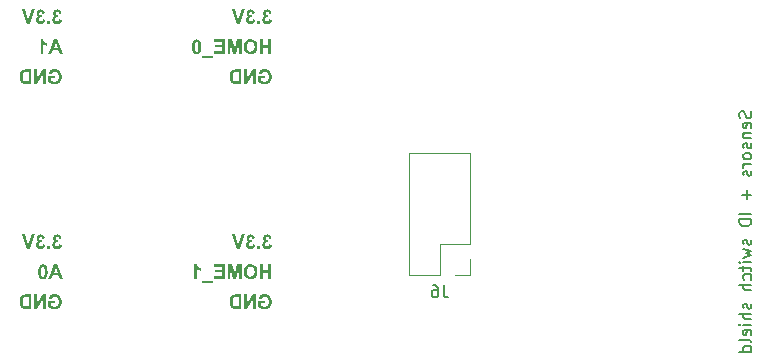
<source format=gbr>
%TF.GenerationSoftware,KiCad,Pcbnew,8.0.1*%
%TF.CreationDate,2024-03-27T15:45:16+09:00*%
%TF.ProjectId,STEP200-switch-id-shield,53544550-3230-4302-9d73-77697463682d,rev?*%
%TF.SameCoordinates,Original*%
%TF.FileFunction,Legend,Bot*%
%TF.FilePolarity,Positive*%
%FSLAX46Y46*%
G04 Gerber Fmt 4.6, Leading zero omitted, Abs format (unit mm)*
G04 Created by KiCad (PCBNEW 8.0.1) date 2024-03-27 15:45:16*
%MOMM*%
%LPD*%
G01*
G04 APERTURE LIST*
%ADD10C,0.200000*%
%ADD11C,0.150000*%
%ADD12C,0.120000*%
G04 APERTURE END LIST*
D10*
G36*
X140970000Y-126228000D02*
G01*
X140711200Y-126228000D01*
X140611549Y-125946632D01*
X140128241Y-125946632D01*
X140022728Y-126228000D01*
X139757480Y-126228000D01*
X139951038Y-125740295D01*
X140206789Y-125740295D01*
X140536517Y-125740295D01*
X140373265Y-125308865D01*
X140206789Y-125740295D01*
X139951038Y-125740295D01*
X140241374Y-125008739D01*
X140499295Y-125008739D01*
X140970000Y-126228000D01*
G37*
G36*
X139347370Y-125011766D02*
G01*
X139405952Y-125023389D01*
X139467421Y-125047967D01*
X139521484Y-125084409D01*
X139568143Y-125132717D01*
X139602340Y-125184474D01*
X139630740Y-125245591D01*
X139649287Y-125301224D01*
X139664125Y-125362846D01*
X139675253Y-125430459D01*
X139682672Y-125504061D01*
X139685802Y-125563194D01*
X139686845Y-125625697D01*
X139686740Y-125647306D01*
X139685160Y-125709635D01*
X139680104Y-125786915D01*
X139671678Y-125857537D01*
X139659881Y-125921499D01*
X139640395Y-125992089D01*
X139615642Y-126052274D01*
X139578988Y-126110763D01*
X139565202Y-126127231D01*
X139520644Y-126170260D01*
X139471285Y-126203728D01*
X139417123Y-126227633D01*
X139358160Y-126241976D01*
X139294396Y-126246757D01*
X139241506Y-126243731D01*
X139183007Y-126232108D01*
X139121608Y-126207530D01*
X139067586Y-126171087D01*
X139020942Y-126122780D01*
X138986745Y-126070979D01*
X138958345Y-126009733D01*
X138939798Y-125953936D01*
X138924960Y-125892094D01*
X138913832Y-125824207D01*
X138906413Y-125750274D01*
X138903283Y-125690858D01*
X138902240Y-125628041D01*
X139144333Y-125628041D01*
X139144709Y-125677821D01*
X139146680Y-125745450D01*
X139150341Y-125804629D01*
X139156749Y-125862992D01*
X139168367Y-125921133D01*
X139183919Y-125965701D01*
X139219364Y-126014336D01*
X139236474Y-126025748D01*
X139294396Y-126040421D01*
X139314784Y-126038827D01*
X139369134Y-126014922D01*
X139402210Y-125969677D01*
X139423063Y-125912047D01*
X139430334Y-125878487D01*
X139437689Y-125819603D01*
X139441930Y-125754826D01*
X139443936Y-125689457D01*
X139444459Y-125628041D01*
X139444083Y-125578317D01*
X139442112Y-125510702D01*
X139438450Y-125451454D01*
X139432043Y-125392906D01*
X139420425Y-125334364D01*
X139404873Y-125289796D01*
X139369427Y-125241161D01*
X139352318Y-125229748D01*
X139294396Y-125215076D01*
X139274026Y-125216706D01*
X139219951Y-125241161D01*
X139186638Y-125286735D01*
X139165729Y-125344622D01*
X139158458Y-125378072D01*
X139151103Y-125436810D01*
X139146861Y-125501458D01*
X139144855Y-125566717D01*
X139144333Y-125628041D01*
X138902240Y-125628041D01*
X138902700Y-125585722D01*
X138905116Y-125525110D01*
X138911560Y-125449648D01*
X138921685Y-125380305D01*
X138935492Y-125317079D01*
X138957929Y-125246652D01*
X138986119Y-125185784D01*
X139020062Y-125134475D01*
X139059891Y-125091745D01*
X139113129Y-125053066D01*
X139173661Y-125026421D01*
X139231349Y-125013160D01*
X139294396Y-125008739D01*
X139347370Y-125011766D01*
G37*
G36*
X158065045Y-128317811D02*
G01*
X158065045Y-128111475D01*
X157538946Y-128111475D01*
X157538946Y-128601524D01*
X157587565Y-128641513D01*
X157639891Y-128674724D01*
X157692709Y-128701981D01*
X157752090Y-128727554D01*
X157761109Y-128731070D01*
X157824892Y-128752768D01*
X157889040Y-128769138D01*
X157953552Y-128780177D01*
X158018430Y-128785887D01*
X158055666Y-128786757D01*
X158125067Y-128783944D01*
X158191047Y-128775505D01*
X158253606Y-128761440D01*
X158312744Y-128741750D01*
X158368461Y-128716433D01*
X158386273Y-128706743D01*
X158436677Y-128674327D01*
X158482155Y-128637088D01*
X158528988Y-128587548D01*
X158563795Y-128539862D01*
X158593677Y-128487352D01*
X158598178Y-128478132D01*
X158622283Y-128421381D01*
X158641400Y-128362796D01*
X158655530Y-128302377D01*
X158664673Y-128240124D01*
X158668829Y-128176036D01*
X158669106Y-128154266D01*
X158666324Y-128084539D01*
X158657978Y-128017800D01*
X158644068Y-127954049D01*
X158624593Y-127893286D01*
X158599554Y-127835512D01*
X158589972Y-127816918D01*
X158557720Y-127763945D01*
X158520317Y-127715815D01*
X158477761Y-127672528D01*
X158430054Y-127634084D01*
X158377194Y-127600482D01*
X158358429Y-127590358D01*
X158296715Y-127563943D01*
X158236915Y-127547021D01*
X158171702Y-127535878D01*
X158111495Y-127530925D01*
X158069148Y-127529981D01*
X158001218Y-127532414D01*
X157938110Y-127539713D01*
X157879825Y-127551877D01*
X157816249Y-127572897D01*
X157759619Y-127600924D01*
X157717732Y-127629632D01*
X157673424Y-127669681D01*
X157635464Y-127715087D01*
X157603852Y-127765851D01*
X157578586Y-127821974D01*
X157559668Y-127883454D01*
X157554773Y-127905138D01*
X157797159Y-127942654D01*
X157817504Y-127886858D01*
X157850065Y-127834540D01*
X157893293Y-127791712D01*
X157945809Y-127760174D01*
X158006637Y-127741727D01*
X158069148Y-127736318D01*
X158136019Y-127741240D01*
X158196606Y-127756009D01*
X158250911Y-127780622D01*
X158298932Y-127815081D01*
X158323551Y-127839193D01*
X158360325Y-127888855D01*
X158388066Y-127948082D01*
X158404655Y-128006461D01*
X158414609Y-128071867D01*
X158417835Y-128131741D01*
X158417927Y-128144301D01*
X158415594Y-128209783D01*
X158408596Y-128269941D01*
X158394040Y-128335103D01*
X158372766Y-128392600D01*
X158339455Y-128449990D01*
X158322379Y-128471391D01*
X158277616Y-128513874D01*
X158227186Y-128545923D01*
X158171091Y-128567538D01*
X158109329Y-128578717D01*
X158071493Y-128580421D01*
X158009242Y-128575342D01*
X157951609Y-128561638D01*
X157917913Y-128549646D01*
X157863151Y-128524711D01*
X157810708Y-128493511D01*
X157785436Y-128474908D01*
X157785436Y-128317811D01*
X158065045Y-128317811D01*
G37*
G36*
X157318541Y-128768000D02*
G01*
X157318541Y-127548739D01*
X157081137Y-127548739D01*
X156586692Y-128372619D01*
X156586692Y-127548739D01*
X156360132Y-127548739D01*
X156360132Y-128768000D01*
X156604863Y-128768000D01*
X157091981Y-127956429D01*
X157091981Y-128768000D01*
X157318541Y-128768000D01*
G37*
G36*
X156109832Y-128768000D02*
G01*
X155650558Y-128768000D01*
X155617626Y-128767596D01*
X155556846Y-128764372D01*
X155496571Y-128756892D01*
X155434549Y-128742207D01*
X155421240Y-128737740D01*
X155365627Y-128714973D01*
X155312046Y-128684565D01*
X155263091Y-128644901D01*
X155257872Y-128639704D01*
X155218858Y-128594564D01*
X155184718Y-128543085D01*
X155155450Y-128485268D01*
X155133838Y-128429479D01*
X155129330Y-128415689D01*
X155114208Y-128357299D01*
X155103740Y-128293744D01*
X155098396Y-128233896D01*
X155096615Y-128170093D01*
X155096783Y-128158662D01*
X155348967Y-128158662D01*
X155349356Y-128193055D01*
X155352470Y-128256289D01*
X155359696Y-128318582D01*
X155373879Y-128381998D01*
X155378624Y-128396926D01*
X155402163Y-128452267D01*
X155437773Y-128499528D01*
X155478762Y-128528267D01*
X155535959Y-128549939D01*
X155558555Y-128554508D01*
X155620072Y-128560278D01*
X155683677Y-128561663D01*
X155865687Y-128561663D01*
X155865687Y-127755076D01*
X155756071Y-127755076D01*
X155746843Y-127755087D01*
X155679922Y-127756003D01*
X155619306Y-127758785D01*
X155555889Y-127766799D01*
X155551627Y-127767760D01*
X155493387Y-127788635D01*
X155443049Y-127824245D01*
X155432223Y-127835318D01*
X155397172Y-127886143D01*
X155373879Y-127942068D01*
X155366702Y-127967294D01*
X155355998Y-128027321D01*
X155350524Y-128092259D01*
X155348967Y-128158662D01*
X155096783Y-128158662D01*
X155097233Y-128128085D01*
X155100479Y-128068284D01*
X155107782Y-128003387D01*
X155118872Y-127943735D01*
X155136182Y-127881984D01*
X155149434Y-127846327D01*
X155177760Y-127786615D01*
X155211835Y-127732653D01*
X155251660Y-127684441D01*
X155276119Y-127660364D01*
X155323860Y-127623084D01*
X155376377Y-127593594D01*
X155433670Y-127571893D01*
X155477725Y-127561763D01*
X155538017Y-127553827D01*
X155601146Y-127549847D01*
X155663747Y-127548739D01*
X156109832Y-127548739D01*
X156109832Y-128768000D01*
G37*
G36*
X140970000Y-107178000D02*
G01*
X140711200Y-107178000D01*
X140611549Y-106896632D01*
X140128241Y-106896632D01*
X140022728Y-107178000D01*
X139757480Y-107178000D01*
X139951038Y-106690295D01*
X140206789Y-106690295D01*
X140536517Y-106690295D01*
X140373265Y-106258865D01*
X140206789Y-106690295D01*
X139951038Y-106690295D01*
X140241374Y-105958739D01*
X140499295Y-105958739D01*
X140970000Y-107178000D01*
G37*
G36*
X139093335Y-107178000D02*
G01*
X139324877Y-107178000D01*
X139324877Y-106295794D01*
X139374065Y-106341166D01*
X139426447Y-106381881D01*
X139482024Y-106417938D01*
X139540794Y-106449338D01*
X139602759Y-106476080D01*
X139624124Y-106483959D01*
X139624124Y-106258865D01*
X139565975Y-106235635D01*
X139510998Y-106206016D01*
X139460027Y-106172759D01*
X139427166Y-106148662D01*
X139378147Y-106106237D01*
X139337480Y-106060442D01*
X139305167Y-106011276D01*
X139281207Y-105958739D01*
X139093335Y-105958739D01*
X139093335Y-107178000D01*
G37*
G36*
X158626315Y-107178000D02*
G01*
X158626315Y-105958739D01*
X158382463Y-105958739D01*
X158382463Y-106446443D01*
X157904138Y-106446443D01*
X157904138Y-105958739D01*
X157660286Y-105958739D01*
X157660286Y-107178000D01*
X157904138Y-107178000D01*
X157904138Y-106652780D01*
X158382463Y-106652780D01*
X158382463Y-107178000D01*
X158626315Y-107178000D01*
G37*
G36*
X156898370Y-105940169D02*
G01*
X156960290Y-105943784D01*
X157018928Y-105951998D01*
X157081925Y-105967019D01*
X157140635Y-105988048D01*
X157145916Y-105990320D01*
X157202307Y-106020224D01*
X157250868Y-106055224D01*
X157296852Y-106097665D01*
X157305638Y-106106936D01*
X157346064Y-106155559D01*
X157380651Y-106207961D01*
X157409399Y-106264140D01*
X157430869Y-106322125D01*
X157447066Y-106385804D01*
X157456752Y-106444918D01*
X157462563Y-106508216D01*
X157464501Y-106575697D01*
X157464345Y-106593710D01*
X157460615Y-106663331D01*
X157451912Y-106729059D01*
X157438235Y-106790894D01*
X157419585Y-106848837D01*
X157389278Y-106915791D01*
X157351200Y-106976664D01*
X157305352Y-107031454D01*
X157252920Y-107079075D01*
X157195093Y-107118626D01*
X157131871Y-107150104D01*
X157063254Y-107173512D01*
X157004475Y-107186426D01*
X156942244Y-107194174D01*
X156876559Y-107196757D01*
X156811699Y-107194161D01*
X156750182Y-107186371D01*
X156692008Y-107173388D01*
X156623991Y-107149856D01*
X156561199Y-107118210D01*
X156503629Y-107078449D01*
X156451284Y-107030575D01*
X156432012Y-107009301D01*
X156389272Y-106951741D01*
X156354302Y-106887926D01*
X156331922Y-106832371D01*
X156314515Y-106772814D01*
X156302082Y-106709255D01*
X156294622Y-106641693D01*
X156292135Y-106570128D01*
X156292235Y-106564266D01*
X156544487Y-106564266D01*
X156544578Y-106577480D01*
X156547774Y-106640430D01*
X156557634Y-106709113D01*
X156574069Y-106770315D01*
X156601552Y-106832263D01*
X156637983Y-106884029D01*
X156649875Y-106896912D01*
X156694724Y-106935459D01*
X156752129Y-106967044D01*
X156816092Y-106985330D01*
X156877438Y-106990421D01*
X156895484Y-106990002D01*
X156955507Y-106981936D01*
X157018127Y-106960146D01*
X157074374Y-106924948D01*
X157118360Y-106883150D01*
X157129823Y-106869311D01*
X157164122Y-106814692D01*
X157186310Y-106760219D01*
X157201842Y-106698676D01*
X157210717Y-106630065D01*
X157213028Y-106567490D01*
X157212938Y-106554387D01*
X157209782Y-106491986D01*
X157200045Y-106423962D01*
X157183816Y-106363419D01*
X157156678Y-106302241D01*
X157120704Y-106251244D01*
X157108935Y-106238538D01*
X157057278Y-106195912D01*
X156998293Y-106166401D01*
X156940671Y-106151339D01*
X156877438Y-106146318D01*
X156858840Y-106146723D01*
X156797405Y-106154525D01*
X156734166Y-106175600D01*
X156678364Y-106209644D01*
X156635638Y-106250072D01*
X156630030Y-106256643D01*
X156595759Y-106308507D01*
X156570212Y-106370637D01*
X156555257Y-106432063D01*
X156546712Y-106501031D01*
X156544487Y-106564266D01*
X156292235Y-106564266D01*
X156292761Y-106533525D01*
X156297771Y-106463375D01*
X156307791Y-106397301D01*
X156322821Y-106335303D01*
X156342861Y-106277381D01*
X156367912Y-106223535D01*
X156406270Y-106161958D01*
X156452456Y-106106750D01*
X156505168Y-106058707D01*
X156563104Y-106018806D01*
X156626263Y-105987048D01*
X156694646Y-105963433D01*
X156753113Y-105950404D01*
X156814923Y-105942587D01*
X156880076Y-105939981D01*
X156898370Y-105940169D01*
G37*
G36*
X156112177Y-107178000D02*
G01*
X156112177Y-105958739D01*
X155746985Y-105958739D01*
X155527752Y-106790533D01*
X155310865Y-105958739D01*
X154945087Y-105958739D01*
X154945087Y-107178000D01*
X155171646Y-107178000D01*
X155171646Y-106218125D01*
X155411688Y-107178000D01*
X155646454Y-107178000D01*
X155885617Y-106218125D01*
X155885617Y-107178000D01*
X156112177Y-107178000D01*
G37*
G36*
X154710321Y-107178000D02*
G01*
X154710321Y-105958739D01*
X153814340Y-105958739D01*
X153814340Y-106165076D01*
X154466175Y-106165076D01*
X154466175Y-106427685D01*
X153859476Y-106427685D01*
X153859476Y-106634022D01*
X154466175Y-106634022D01*
X154466175Y-106971663D01*
X153791186Y-106971663D01*
X153791186Y-107178000D01*
X154710321Y-107178000D01*
G37*
G36*
X153729050Y-107515641D02*
G01*
X153729050Y-107365578D01*
X152766245Y-107365578D01*
X152766245Y-107515641D01*
X153729050Y-107515641D01*
G37*
G36*
X152368738Y-105961766D02*
G01*
X152427319Y-105973389D01*
X152488788Y-105997967D01*
X152542852Y-106034409D01*
X152589511Y-106082717D01*
X152623707Y-106134474D01*
X152652108Y-106195591D01*
X152670655Y-106251224D01*
X152685493Y-106312846D01*
X152696621Y-106380459D01*
X152704040Y-106454061D01*
X152707170Y-106513194D01*
X152708213Y-106575697D01*
X152708108Y-106597306D01*
X152706528Y-106659635D01*
X152701472Y-106736915D01*
X152693046Y-106807537D01*
X152681249Y-106871499D01*
X152661763Y-106942089D01*
X152637010Y-107002274D01*
X152600355Y-107060763D01*
X152586570Y-107077231D01*
X152542012Y-107120260D01*
X152492652Y-107153728D01*
X152438491Y-107177633D01*
X152379528Y-107191976D01*
X152315764Y-107196757D01*
X152262874Y-107193731D01*
X152204375Y-107182108D01*
X152142976Y-107157530D01*
X152088954Y-107121087D01*
X152042309Y-107072780D01*
X152008113Y-107020979D01*
X151979713Y-106959733D01*
X151961165Y-106903936D01*
X151946328Y-106842094D01*
X151935199Y-106774207D01*
X151927780Y-106700274D01*
X151924651Y-106640858D01*
X151923607Y-106578041D01*
X152165701Y-106578041D01*
X152166076Y-106627821D01*
X152168048Y-106695450D01*
X152171709Y-106754629D01*
X152178117Y-106812992D01*
X152189734Y-106871133D01*
X152205286Y-106915701D01*
X152240732Y-106964336D01*
X152257841Y-106975748D01*
X152315764Y-106990421D01*
X152336152Y-106988827D01*
X152390502Y-106964922D01*
X152423578Y-106919677D01*
X152444431Y-106862047D01*
X152451702Y-106828487D01*
X152459057Y-106769603D01*
X152463298Y-106704826D01*
X152465304Y-106639457D01*
X152465826Y-106578041D01*
X152465451Y-106528317D01*
X152463479Y-106460702D01*
X152459818Y-106401454D01*
X152453411Y-106342906D01*
X152441793Y-106284364D01*
X152426241Y-106239796D01*
X152390795Y-106191161D01*
X152373686Y-106179748D01*
X152315764Y-106165076D01*
X152295394Y-106166706D01*
X152241318Y-106191161D01*
X152208006Y-106236735D01*
X152187096Y-106294622D01*
X152179825Y-106328072D01*
X152172471Y-106386810D01*
X152168229Y-106451458D01*
X152166223Y-106516717D01*
X152165701Y-106578041D01*
X151923607Y-106578041D01*
X151924068Y-106535722D01*
X151926484Y-106475110D01*
X151932927Y-106399648D01*
X151943053Y-106330305D01*
X151956860Y-106267079D01*
X151979297Y-106196652D01*
X152007487Y-106135784D01*
X152041430Y-106084475D01*
X152081258Y-106041745D01*
X152134497Y-106003066D01*
X152195028Y-105976421D01*
X152252717Y-105963160D01*
X152315764Y-105958739D01*
X152368738Y-105961766D01*
G37*
G36*
X140285045Y-109267811D02*
G01*
X140285045Y-109061475D01*
X139758946Y-109061475D01*
X139758946Y-109551524D01*
X139807565Y-109591513D01*
X139859891Y-109624724D01*
X139912709Y-109651981D01*
X139972090Y-109677554D01*
X139981109Y-109681070D01*
X140044892Y-109702768D01*
X140109040Y-109719138D01*
X140173552Y-109730177D01*
X140238430Y-109735887D01*
X140275666Y-109736757D01*
X140345067Y-109733944D01*
X140411047Y-109725505D01*
X140473606Y-109711440D01*
X140532744Y-109691750D01*
X140588461Y-109666433D01*
X140606273Y-109656743D01*
X140656677Y-109624327D01*
X140702155Y-109587088D01*
X140748988Y-109537548D01*
X140783795Y-109489862D01*
X140813677Y-109437352D01*
X140818178Y-109428132D01*
X140842283Y-109371381D01*
X140861400Y-109312796D01*
X140875530Y-109252377D01*
X140884673Y-109190124D01*
X140888829Y-109126036D01*
X140889106Y-109104266D01*
X140886324Y-109034539D01*
X140877978Y-108967800D01*
X140864068Y-108904049D01*
X140844593Y-108843286D01*
X140819554Y-108785512D01*
X140809972Y-108766918D01*
X140777720Y-108713945D01*
X140740317Y-108665815D01*
X140697761Y-108622528D01*
X140650054Y-108584084D01*
X140597194Y-108550482D01*
X140578429Y-108540358D01*
X140516715Y-108513943D01*
X140456915Y-108497021D01*
X140391702Y-108485878D01*
X140331495Y-108480925D01*
X140289148Y-108479981D01*
X140221218Y-108482414D01*
X140158110Y-108489713D01*
X140099825Y-108501877D01*
X140036249Y-108522897D01*
X139979619Y-108550924D01*
X139937732Y-108579632D01*
X139893424Y-108619681D01*
X139855464Y-108665087D01*
X139823852Y-108715851D01*
X139798586Y-108771974D01*
X139779668Y-108833454D01*
X139774773Y-108855138D01*
X140017159Y-108892654D01*
X140037504Y-108836858D01*
X140070065Y-108784540D01*
X140113293Y-108741712D01*
X140165809Y-108710174D01*
X140226637Y-108691727D01*
X140289148Y-108686318D01*
X140356019Y-108691240D01*
X140416606Y-108706009D01*
X140470911Y-108730622D01*
X140518932Y-108765081D01*
X140543551Y-108789193D01*
X140580325Y-108838855D01*
X140608066Y-108898082D01*
X140624655Y-108956461D01*
X140634609Y-109021867D01*
X140637835Y-109081741D01*
X140637927Y-109094301D01*
X140635594Y-109159783D01*
X140628596Y-109219941D01*
X140614040Y-109285103D01*
X140592766Y-109342600D01*
X140559455Y-109399990D01*
X140542379Y-109421391D01*
X140497616Y-109463874D01*
X140447186Y-109495923D01*
X140391091Y-109517538D01*
X140329329Y-109528717D01*
X140291493Y-109530421D01*
X140229242Y-109525342D01*
X140171609Y-109511638D01*
X140137913Y-109499646D01*
X140083151Y-109474711D01*
X140030708Y-109443511D01*
X140005436Y-109424908D01*
X140005436Y-109267811D01*
X140285045Y-109267811D01*
G37*
G36*
X139538541Y-109718000D02*
G01*
X139538541Y-108498739D01*
X139301137Y-108498739D01*
X138806692Y-109322619D01*
X138806692Y-108498739D01*
X138580132Y-108498739D01*
X138580132Y-109718000D01*
X138824863Y-109718000D01*
X139311981Y-108906429D01*
X139311981Y-109718000D01*
X139538541Y-109718000D01*
G37*
G36*
X138329832Y-109718000D02*
G01*
X137870558Y-109718000D01*
X137837626Y-109717596D01*
X137776846Y-109714372D01*
X137716571Y-109706892D01*
X137654549Y-109692207D01*
X137641240Y-109687740D01*
X137585627Y-109664973D01*
X137532046Y-109634565D01*
X137483091Y-109594901D01*
X137477872Y-109589704D01*
X137438858Y-109544564D01*
X137404718Y-109493085D01*
X137375450Y-109435268D01*
X137353838Y-109379479D01*
X137349330Y-109365689D01*
X137334208Y-109307299D01*
X137323740Y-109243744D01*
X137318396Y-109183896D01*
X137316615Y-109120093D01*
X137316783Y-109108662D01*
X137568967Y-109108662D01*
X137569356Y-109143055D01*
X137572470Y-109206289D01*
X137579696Y-109268582D01*
X137593879Y-109331998D01*
X137598624Y-109346926D01*
X137622163Y-109402267D01*
X137657773Y-109449528D01*
X137698762Y-109478267D01*
X137755959Y-109499939D01*
X137778555Y-109504508D01*
X137840072Y-109510278D01*
X137903677Y-109511663D01*
X138085687Y-109511663D01*
X138085687Y-108705076D01*
X137976071Y-108705076D01*
X137966843Y-108705087D01*
X137899922Y-108706003D01*
X137839306Y-108708785D01*
X137775889Y-108716799D01*
X137771627Y-108717760D01*
X137713387Y-108738635D01*
X137663049Y-108774245D01*
X137652223Y-108785318D01*
X137617172Y-108836143D01*
X137593879Y-108892068D01*
X137586702Y-108917294D01*
X137575998Y-108977321D01*
X137570524Y-109042259D01*
X137568967Y-109108662D01*
X137316783Y-109108662D01*
X137317233Y-109078085D01*
X137320479Y-109018284D01*
X137327782Y-108953387D01*
X137338872Y-108893735D01*
X137356182Y-108831984D01*
X137369434Y-108796327D01*
X137397760Y-108736615D01*
X137431835Y-108682653D01*
X137471660Y-108634441D01*
X137496119Y-108610364D01*
X137543860Y-108573084D01*
X137596377Y-108543594D01*
X137653670Y-108521893D01*
X137697725Y-108511763D01*
X137758017Y-108503827D01*
X137821146Y-108499847D01*
X137883747Y-108498739D01*
X138329832Y-108498739D01*
X138329832Y-109718000D01*
G37*
G36*
X140285045Y-128317811D02*
G01*
X140285045Y-128111475D01*
X139758946Y-128111475D01*
X139758946Y-128601524D01*
X139807565Y-128641513D01*
X139859891Y-128674724D01*
X139912709Y-128701981D01*
X139972090Y-128727554D01*
X139981109Y-128731070D01*
X140044892Y-128752768D01*
X140109040Y-128769138D01*
X140173552Y-128780177D01*
X140238430Y-128785887D01*
X140275666Y-128786757D01*
X140345067Y-128783944D01*
X140411047Y-128775505D01*
X140473606Y-128761440D01*
X140532744Y-128741750D01*
X140588461Y-128716433D01*
X140606273Y-128706743D01*
X140656677Y-128674327D01*
X140702155Y-128637088D01*
X140748988Y-128587548D01*
X140783795Y-128539862D01*
X140813677Y-128487352D01*
X140818178Y-128478132D01*
X140842283Y-128421381D01*
X140861400Y-128362796D01*
X140875530Y-128302377D01*
X140884673Y-128240124D01*
X140888829Y-128176036D01*
X140889106Y-128154266D01*
X140886324Y-128084539D01*
X140877978Y-128017800D01*
X140864068Y-127954049D01*
X140844593Y-127893286D01*
X140819554Y-127835512D01*
X140809972Y-127816918D01*
X140777720Y-127763945D01*
X140740317Y-127715815D01*
X140697761Y-127672528D01*
X140650054Y-127634084D01*
X140597194Y-127600482D01*
X140578429Y-127590358D01*
X140516715Y-127563943D01*
X140456915Y-127547021D01*
X140391702Y-127535878D01*
X140331495Y-127530925D01*
X140289148Y-127529981D01*
X140221218Y-127532414D01*
X140158110Y-127539713D01*
X140099825Y-127551877D01*
X140036249Y-127572897D01*
X139979619Y-127600924D01*
X139937732Y-127629632D01*
X139893424Y-127669681D01*
X139855464Y-127715087D01*
X139823852Y-127765851D01*
X139798586Y-127821974D01*
X139779668Y-127883454D01*
X139774773Y-127905138D01*
X140017159Y-127942654D01*
X140037504Y-127886858D01*
X140070065Y-127834540D01*
X140113293Y-127791712D01*
X140165809Y-127760174D01*
X140226637Y-127741727D01*
X140289148Y-127736318D01*
X140356019Y-127741240D01*
X140416606Y-127756009D01*
X140470911Y-127780622D01*
X140518932Y-127815081D01*
X140543551Y-127839193D01*
X140580325Y-127888855D01*
X140608066Y-127948082D01*
X140624655Y-128006461D01*
X140634609Y-128071867D01*
X140637835Y-128131741D01*
X140637927Y-128144301D01*
X140635594Y-128209783D01*
X140628596Y-128269941D01*
X140614040Y-128335103D01*
X140592766Y-128392600D01*
X140559455Y-128449990D01*
X140542379Y-128471391D01*
X140497616Y-128513874D01*
X140447186Y-128545923D01*
X140391091Y-128567538D01*
X140329329Y-128578717D01*
X140291493Y-128580421D01*
X140229242Y-128575342D01*
X140171609Y-128561638D01*
X140137913Y-128549646D01*
X140083151Y-128524711D01*
X140030708Y-128493511D01*
X140005436Y-128474908D01*
X140005436Y-128317811D01*
X140285045Y-128317811D01*
G37*
G36*
X139538541Y-128768000D02*
G01*
X139538541Y-127548739D01*
X139301137Y-127548739D01*
X138806692Y-128372619D01*
X138806692Y-127548739D01*
X138580132Y-127548739D01*
X138580132Y-128768000D01*
X138824863Y-128768000D01*
X139311981Y-127956429D01*
X139311981Y-128768000D01*
X139538541Y-128768000D01*
G37*
G36*
X138329832Y-128768000D02*
G01*
X137870558Y-128768000D01*
X137837626Y-128767596D01*
X137776846Y-128764372D01*
X137716571Y-128756892D01*
X137654549Y-128742207D01*
X137641240Y-128737740D01*
X137585627Y-128714973D01*
X137532046Y-128684565D01*
X137483091Y-128644901D01*
X137477872Y-128639704D01*
X137438858Y-128594564D01*
X137404718Y-128543085D01*
X137375450Y-128485268D01*
X137353838Y-128429479D01*
X137349330Y-128415689D01*
X137334208Y-128357299D01*
X137323740Y-128293744D01*
X137318396Y-128233896D01*
X137316615Y-128170093D01*
X137316783Y-128158662D01*
X137568967Y-128158662D01*
X137569356Y-128193055D01*
X137572470Y-128256289D01*
X137579696Y-128318582D01*
X137593879Y-128381998D01*
X137598624Y-128396926D01*
X137622163Y-128452267D01*
X137657773Y-128499528D01*
X137698762Y-128528267D01*
X137755959Y-128549939D01*
X137778555Y-128554508D01*
X137840072Y-128560278D01*
X137903677Y-128561663D01*
X138085687Y-128561663D01*
X138085687Y-127755076D01*
X137976071Y-127755076D01*
X137966843Y-127755087D01*
X137899922Y-127756003D01*
X137839306Y-127758785D01*
X137775889Y-127766799D01*
X137771627Y-127767760D01*
X137713387Y-127788635D01*
X137663049Y-127824245D01*
X137652223Y-127835318D01*
X137617172Y-127886143D01*
X137593879Y-127942068D01*
X137586702Y-127967294D01*
X137575998Y-128027321D01*
X137570524Y-128092259D01*
X137568967Y-128158662D01*
X137316783Y-128158662D01*
X137317233Y-128128085D01*
X137320479Y-128068284D01*
X137327782Y-128003387D01*
X137338872Y-127943735D01*
X137356182Y-127881984D01*
X137369434Y-127846327D01*
X137397760Y-127786615D01*
X137431835Y-127732653D01*
X137471660Y-127684441D01*
X137496119Y-127660364D01*
X137543860Y-127623084D01*
X137596377Y-127593594D01*
X137653670Y-127571893D01*
X137697725Y-127561763D01*
X137758017Y-127553827D01*
X137821146Y-127549847D01*
X137883747Y-127548739D01*
X138329832Y-127548739D01*
X138329832Y-128768000D01*
G37*
G36*
X158686399Y-123341859D02*
G01*
X158462184Y-123312842D01*
X158450468Y-123370453D01*
X158425639Y-123425500D01*
X158404445Y-123452354D01*
X158356102Y-123486855D01*
X158299001Y-123500233D01*
X158290725Y-123500421D01*
X158232470Y-123489930D01*
X158182854Y-123458459D01*
X158170265Y-123445613D01*
X158138384Y-123394745D01*
X158123382Y-123336541D01*
X158121025Y-123297602D01*
X158127661Y-123236767D01*
X158149826Y-123182397D01*
X158168213Y-123158090D01*
X158216685Y-123121065D01*
X158274172Y-123106708D01*
X158282519Y-123106506D01*
X158341518Y-123112602D01*
X158388911Y-123123799D01*
X158363412Y-122937685D01*
X158304029Y-122934380D01*
X158247513Y-122917792D01*
X158220090Y-122900756D01*
X158182941Y-122855034D01*
X158170558Y-122796415D01*
X158183370Y-122738591D01*
X158206901Y-122708195D01*
X158261466Y-122679733D01*
X158303328Y-122675076D01*
X158361435Y-122685912D01*
X158404738Y-122713471D01*
X158440005Y-122763963D01*
X158455736Y-122825138D01*
X158669106Y-122791433D01*
X158654791Y-122732025D01*
X158634699Y-122674391D01*
X158607506Y-122621177D01*
X158601988Y-122612647D01*
X158563369Y-122566348D01*
X158514775Y-122528127D01*
X158476838Y-122507134D01*
X158419175Y-122485275D01*
X158357009Y-122472489D01*
X158296587Y-122468739D01*
X158235000Y-122472480D01*
X158169165Y-122486298D01*
X158109810Y-122510299D01*
X158056934Y-122544481D01*
X158023133Y-122575131D01*
X157982046Y-122625904D01*
X157954405Y-122680294D01*
X157940211Y-122738300D01*
X157938136Y-122772089D01*
X157946453Y-122837162D01*
X157971403Y-122896205D01*
X158012987Y-122949217D01*
X158061869Y-122989856D01*
X158111939Y-123020337D01*
X158051157Y-123040150D01*
X157998504Y-123071010D01*
X157953979Y-123112919D01*
X157946050Y-123122626D01*
X157913128Y-123175320D01*
X157892400Y-123234482D01*
X157884170Y-123293258D01*
X157883621Y-123314015D01*
X157887712Y-123373435D01*
X157902825Y-123438486D01*
X157929073Y-123498937D01*
X157966458Y-123554788D01*
X157999979Y-123591866D01*
X158045512Y-123630911D01*
X158103713Y-123666253D01*
X158167384Y-123690601D01*
X158226313Y-123702718D01*
X158289260Y-123706757D01*
X158348741Y-123703213D01*
X158413188Y-123690118D01*
X158472305Y-123667373D01*
X158526092Y-123634980D01*
X158561249Y-123605934D01*
X158604103Y-123558736D01*
X158638289Y-123505620D01*
X158663809Y-123446585D01*
X158680660Y-123381632D01*
X158686399Y-123341859D01*
G37*
G36*
X157694577Y-123688000D02*
G01*
X157694577Y-123462905D01*
X157462742Y-123462905D01*
X157462742Y-123688000D01*
X157694577Y-123688000D01*
G37*
G36*
X157285422Y-123341859D02*
G01*
X157061207Y-123312842D01*
X157049491Y-123370453D01*
X157024662Y-123425500D01*
X157003468Y-123452354D01*
X156955125Y-123486855D01*
X156898024Y-123500233D01*
X156889748Y-123500421D01*
X156831493Y-123489930D01*
X156781877Y-123458459D01*
X156769288Y-123445613D01*
X156737407Y-123394745D01*
X156722405Y-123336541D01*
X156720048Y-123297602D01*
X156726684Y-123236767D01*
X156748849Y-123182397D01*
X156767236Y-123158090D01*
X156815708Y-123121065D01*
X156873195Y-123106708D01*
X156881542Y-123106506D01*
X156940541Y-123112602D01*
X156987934Y-123123799D01*
X156962435Y-122937685D01*
X156903052Y-122934380D01*
X156846536Y-122917792D01*
X156819113Y-122900756D01*
X156781964Y-122855034D01*
X156769581Y-122796415D01*
X156782393Y-122738591D01*
X156805924Y-122708195D01*
X156860490Y-122679733D01*
X156902351Y-122675076D01*
X156960458Y-122685912D01*
X157003761Y-122713471D01*
X157039028Y-122763963D01*
X157054759Y-122825138D01*
X157268129Y-122791433D01*
X157253814Y-122732025D01*
X157233722Y-122674391D01*
X157206529Y-122621177D01*
X157201011Y-122612647D01*
X157162392Y-122566348D01*
X157113798Y-122528127D01*
X157075861Y-122507134D01*
X157018198Y-122485275D01*
X156956032Y-122472489D01*
X156895610Y-122468739D01*
X156834023Y-122472480D01*
X156768188Y-122486298D01*
X156708833Y-122510299D01*
X156655957Y-122544481D01*
X156622156Y-122575131D01*
X156581069Y-122625904D01*
X156553428Y-122680294D01*
X156539234Y-122738300D01*
X156537159Y-122772089D01*
X156545476Y-122837162D01*
X156570426Y-122896205D01*
X156612010Y-122949217D01*
X156660892Y-122989856D01*
X156710963Y-123020337D01*
X156650180Y-123040150D01*
X156597527Y-123071010D01*
X156553002Y-123112919D01*
X156545073Y-123122626D01*
X156512152Y-123175320D01*
X156491423Y-123234482D01*
X156483193Y-123293258D01*
X156482644Y-123314015D01*
X156486735Y-123373435D01*
X156501848Y-123438486D01*
X156528096Y-123498937D01*
X156565481Y-123554788D01*
X156599002Y-123591866D01*
X156644535Y-123630911D01*
X156702736Y-123666253D01*
X156766407Y-123690601D01*
X156825336Y-123702718D01*
X156888283Y-123706757D01*
X156947764Y-123703213D01*
X157012211Y-123690118D01*
X157071328Y-123667373D01*
X157125115Y-123634980D01*
X157160272Y-123605934D01*
X157203126Y-123558736D01*
X157237312Y-123505620D01*
X157262832Y-123446585D01*
X157279684Y-123381632D01*
X157285422Y-123341859D01*
G37*
G36*
X155983510Y-123688000D02*
G01*
X156415526Y-122468739D01*
X156150865Y-122468739D01*
X155845170Y-123369116D01*
X155549148Y-122468739D01*
X155290348Y-122468739D01*
X155722951Y-123688000D01*
X155983510Y-123688000D01*
G37*
D11*
X199212200Y-112049160D02*
X199259819Y-112192017D01*
X199259819Y-112192017D02*
X199259819Y-112430112D01*
X199259819Y-112430112D02*
X199212200Y-112525350D01*
X199212200Y-112525350D02*
X199164580Y-112572969D01*
X199164580Y-112572969D02*
X199069342Y-112620588D01*
X199069342Y-112620588D02*
X198974104Y-112620588D01*
X198974104Y-112620588D02*
X198878866Y-112572969D01*
X198878866Y-112572969D02*
X198831247Y-112525350D01*
X198831247Y-112525350D02*
X198783628Y-112430112D01*
X198783628Y-112430112D02*
X198736009Y-112239636D01*
X198736009Y-112239636D02*
X198688390Y-112144398D01*
X198688390Y-112144398D02*
X198640771Y-112096779D01*
X198640771Y-112096779D02*
X198545533Y-112049160D01*
X198545533Y-112049160D02*
X198450295Y-112049160D01*
X198450295Y-112049160D02*
X198355057Y-112096779D01*
X198355057Y-112096779D02*
X198307438Y-112144398D01*
X198307438Y-112144398D02*
X198259819Y-112239636D01*
X198259819Y-112239636D02*
X198259819Y-112477731D01*
X198259819Y-112477731D02*
X198307438Y-112620588D01*
X199212200Y-113430112D02*
X199259819Y-113334874D01*
X199259819Y-113334874D02*
X199259819Y-113144398D01*
X199259819Y-113144398D02*
X199212200Y-113049160D01*
X199212200Y-113049160D02*
X199116961Y-113001541D01*
X199116961Y-113001541D02*
X198736009Y-113001541D01*
X198736009Y-113001541D02*
X198640771Y-113049160D01*
X198640771Y-113049160D02*
X198593152Y-113144398D01*
X198593152Y-113144398D02*
X198593152Y-113334874D01*
X198593152Y-113334874D02*
X198640771Y-113430112D01*
X198640771Y-113430112D02*
X198736009Y-113477731D01*
X198736009Y-113477731D02*
X198831247Y-113477731D01*
X198831247Y-113477731D02*
X198926485Y-113001541D01*
X198593152Y-113906303D02*
X199259819Y-113906303D01*
X198688390Y-113906303D02*
X198640771Y-113953922D01*
X198640771Y-113953922D02*
X198593152Y-114049160D01*
X198593152Y-114049160D02*
X198593152Y-114192017D01*
X198593152Y-114192017D02*
X198640771Y-114287255D01*
X198640771Y-114287255D02*
X198736009Y-114334874D01*
X198736009Y-114334874D02*
X199259819Y-114334874D01*
X199212200Y-114763446D02*
X199259819Y-114858684D01*
X199259819Y-114858684D02*
X199259819Y-115049160D01*
X199259819Y-115049160D02*
X199212200Y-115144398D01*
X199212200Y-115144398D02*
X199116961Y-115192017D01*
X199116961Y-115192017D02*
X199069342Y-115192017D01*
X199069342Y-115192017D02*
X198974104Y-115144398D01*
X198974104Y-115144398D02*
X198926485Y-115049160D01*
X198926485Y-115049160D02*
X198926485Y-114906303D01*
X198926485Y-114906303D02*
X198878866Y-114811065D01*
X198878866Y-114811065D02*
X198783628Y-114763446D01*
X198783628Y-114763446D02*
X198736009Y-114763446D01*
X198736009Y-114763446D02*
X198640771Y-114811065D01*
X198640771Y-114811065D02*
X198593152Y-114906303D01*
X198593152Y-114906303D02*
X198593152Y-115049160D01*
X198593152Y-115049160D02*
X198640771Y-115144398D01*
X199259819Y-115763446D02*
X199212200Y-115668208D01*
X199212200Y-115668208D02*
X199164580Y-115620589D01*
X199164580Y-115620589D02*
X199069342Y-115572970D01*
X199069342Y-115572970D02*
X198783628Y-115572970D01*
X198783628Y-115572970D02*
X198688390Y-115620589D01*
X198688390Y-115620589D02*
X198640771Y-115668208D01*
X198640771Y-115668208D02*
X198593152Y-115763446D01*
X198593152Y-115763446D02*
X198593152Y-115906303D01*
X198593152Y-115906303D02*
X198640771Y-116001541D01*
X198640771Y-116001541D02*
X198688390Y-116049160D01*
X198688390Y-116049160D02*
X198783628Y-116096779D01*
X198783628Y-116096779D02*
X199069342Y-116096779D01*
X199069342Y-116096779D02*
X199164580Y-116049160D01*
X199164580Y-116049160D02*
X199212200Y-116001541D01*
X199212200Y-116001541D02*
X199259819Y-115906303D01*
X199259819Y-115906303D02*
X199259819Y-115763446D01*
X199259819Y-116525351D02*
X198593152Y-116525351D01*
X198783628Y-116525351D02*
X198688390Y-116572970D01*
X198688390Y-116572970D02*
X198640771Y-116620589D01*
X198640771Y-116620589D02*
X198593152Y-116715827D01*
X198593152Y-116715827D02*
X198593152Y-116811065D01*
X199212200Y-117096780D02*
X199259819Y-117192018D01*
X199259819Y-117192018D02*
X199259819Y-117382494D01*
X199259819Y-117382494D02*
X199212200Y-117477732D01*
X199212200Y-117477732D02*
X199116961Y-117525351D01*
X199116961Y-117525351D02*
X199069342Y-117525351D01*
X199069342Y-117525351D02*
X198974104Y-117477732D01*
X198974104Y-117477732D02*
X198926485Y-117382494D01*
X198926485Y-117382494D02*
X198926485Y-117239637D01*
X198926485Y-117239637D02*
X198878866Y-117144399D01*
X198878866Y-117144399D02*
X198783628Y-117096780D01*
X198783628Y-117096780D02*
X198736009Y-117096780D01*
X198736009Y-117096780D02*
X198640771Y-117144399D01*
X198640771Y-117144399D02*
X198593152Y-117239637D01*
X198593152Y-117239637D02*
X198593152Y-117382494D01*
X198593152Y-117382494D02*
X198640771Y-117477732D01*
X198878866Y-118715828D02*
X198878866Y-119477733D01*
X199259819Y-119096780D02*
X198497914Y-119096780D01*
X199259819Y-120715828D02*
X198259819Y-120715828D01*
X199259819Y-121192018D02*
X198259819Y-121192018D01*
X198259819Y-121192018D02*
X198259819Y-121430113D01*
X198259819Y-121430113D02*
X198307438Y-121572970D01*
X198307438Y-121572970D02*
X198402676Y-121668208D01*
X198402676Y-121668208D02*
X198497914Y-121715827D01*
X198497914Y-121715827D02*
X198688390Y-121763446D01*
X198688390Y-121763446D02*
X198831247Y-121763446D01*
X198831247Y-121763446D02*
X199021723Y-121715827D01*
X199021723Y-121715827D02*
X199116961Y-121668208D01*
X199116961Y-121668208D02*
X199212200Y-121572970D01*
X199212200Y-121572970D02*
X199259819Y-121430113D01*
X199259819Y-121430113D02*
X199259819Y-121192018D01*
X199212200Y-122906304D02*
X199259819Y-123001542D01*
X199259819Y-123001542D02*
X199259819Y-123192018D01*
X199259819Y-123192018D02*
X199212200Y-123287256D01*
X199212200Y-123287256D02*
X199116961Y-123334875D01*
X199116961Y-123334875D02*
X199069342Y-123334875D01*
X199069342Y-123334875D02*
X198974104Y-123287256D01*
X198974104Y-123287256D02*
X198926485Y-123192018D01*
X198926485Y-123192018D02*
X198926485Y-123049161D01*
X198926485Y-123049161D02*
X198878866Y-122953923D01*
X198878866Y-122953923D02*
X198783628Y-122906304D01*
X198783628Y-122906304D02*
X198736009Y-122906304D01*
X198736009Y-122906304D02*
X198640771Y-122953923D01*
X198640771Y-122953923D02*
X198593152Y-123049161D01*
X198593152Y-123049161D02*
X198593152Y-123192018D01*
X198593152Y-123192018D02*
X198640771Y-123287256D01*
X198593152Y-123668209D02*
X199259819Y-123858685D01*
X199259819Y-123858685D02*
X198783628Y-124049161D01*
X198783628Y-124049161D02*
X199259819Y-124239637D01*
X199259819Y-124239637D02*
X198593152Y-124430113D01*
X199259819Y-124811066D02*
X198593152Y-124811066D01*
X198259819Y-124811066D02*
X198307438Y-124763447D01*
X198307438Y-124763447D02*
X198355057Y-124811066D01*
X198355057Y-124811066D02*
X198307438Y-124858685D01*
X198307438Y-124858685D02*
X198259819Y-124811066D01*
X198259819Y-124811066D02*
X198355057Y-124811066D01*
X198593152Y-125144399D02*
X198593152Y-125525351D01*
X198259819Y-125287256D02*
X199116961Y-125287256D01*
X199116961Y-125287256D02*
X199212200Y-125334875D01*
X199212200Y-125334875D02*
X199259819Y-125430113D01*
X199259819Y-125430113D02*
X199259819Y-125525351D01*
X199212200Y-126287256D02*
X199259819Y-126192018D01*
X199259819Y-126192018D02*
X199259819Y-126001542D01*
X199259819Y-126001542D02*
X199212200Y-125906304D01*
X199212200Y-125906304D02*
X199164580Y-125858685D01*
X199164580Y-125858685D02*
X199069342Y-125811066D01*
X199069342Y-125811066D02*
X198783628Y-125811066D01*
X198783628Y-125811066D02*
X198688390Y-125858685D01*
X198688390Y-125858685D02*
X198640771Y-125906304D01*
X198640771Y-125906304D02*
X198593152Y-126001542D01*
X198593152Y-126001542D02*
X198593152Y-126192018D01*
X198593152Y-126192018D02*
X198640771Y-126287256D01*
X199259819Y-126715828D02*
X198259819Y-126715828D01*
X199259819Y-127144399D02*
X198736009Y-127144399D01*
X198736009Y-127144399D02*
X198640771Y-127096780D01*
X198640771Y-127096780D02*
X198593152Y-127001542D01*
X198593152Y-127001542D02*
X198593152Y-126858685D01*
X198593152Y-126858685D02*
X198640771Y-126763447D01*
X198640771Y-126763447D02*
X198688390Y-126715828D01*
X199212200Y-128334876D02*
X199259819Y-128430114D01*
X199259819Y-128430114D02*
X199259819Y-128620590D01*
X199259819Y-128620590D02*
X199212200Y-128715828D01*
X199212200Y-128715828D02*
X199116961Y-128763447D01*
X199116961Y-128763447D02*
X199069342Y-128763447D01*
X199069342Y-128763447D02*
X198974104Y-128715828D01*
X198974104Y-128715828D02*
X198926485Y-128620590D01*
X198926485Y-128620590D02*
X198926485Y-128477733D01*
X198926485Y-128477733D02*
X198878866Y-128382495D01*
X198878866Y-128382495D02*
X198783628Y-128334876D01*
X198783628Y-128334876D02*
X198736009Y-128334876D01*
X198736009Y-128334876D02*
X198640771Y-128382495D01*
X198640771Y-128382495D02*
X198593152Y-128477733D01*
X198593152Y-128477733D02*
X198593152Y-128620590D01*
X198593152Y-128620590D02*
X198640771Y-128715828D01*
X199259819Y-129192019D02*
X198259819Y-129192019D01*
X199259819Y-129620590D02*
X198736009Y-129620590D01*
X198736009Y-129620590D02*
X198640771Y-129572971D01*
X198640771Y-129572971D02*
X198593152Y-129477733D01*
X198593152Y-129477733D02*
X198593152Y-129334876D01*
X198593152Y-129334876D02*
X198640771Y-129239638D01*
X198640771Y-129239638D02*
X198688390Y-129192019D01*
X199259819Y-130096781D02*
X198593152Y-130096781D01*
X198259819Y-130096781D02*
X198307438Y-130049162D01*
X198307438Y-130049162D02*
X198355057Y-130096781D01*
X198355057Y-130096781D02*
X198307438Y-130144400D01*
X198307438Y-130144400D02*
X198259819Y-130096781D01*
X198259819Y-130096781D02*
X198355057Y-130096781D01*
X199212200Y-130953923D02*
X199259819Y-130858685D01*
X199259819Y-130858685D02*
X199259819Y-130668209D01*
X199259819Y-130668209D02*
X199212200Y-130572971D01*
X199212200Y-130572971D02*
X199116961Y-130525352D01*
X199116961Y-130525352D02*
X198736009Y-130525352D01*
X198736009Y-130525352D02*
X198640771Y-130572971D01*
X198640771Y-130572971D02*
X198593152Y-130668209D01*
X198593152Y-130668209D02*
X198593152Y-130858685D01*
X198593152Y-130858685D02*
X198640771Y-130953923D01*
X198640771Y-130953923D02*
X198736009Y-131001542D01*
X198736009Y-131001542D02*
X198831247Y-131001542D01*
X198831247Y-131001542D02*
X198926485Y-130525352D01*
X199259819Y-131572971D02*
X199212200Y-131477733D01*
X199212200Y-131477733D02*
X199116961Y-131430114D01*
X199116961Y-131430114D02*
X198259819Y-131430114D01*
X199259819Y-132382495D02*
X198259819Y-132382495D01*
X199212200Y-132382495D02*
X199259819Y-132287257D01*
X199259819Y-132287257D02*
X199259819Y-132096781D01*
X199259819Y-132096781D02*
X199212200Y-132001543D01*
X199212200Y-132001543D02*
X199164580Y-131953924D01*
X199164580Y-131953924D02*
X199069342Y-131906305D01*
X199069342Y-131906305D02*
X198783628Y-131906305D01*
X198783628Y-131906305D02*
X198688390Y-131953924D01*
X198688390Y-131953924D02*
X198640771Y-132001543D01*
X198640771Y-132001543D02*
X198593152Y-132096781D01*
X198593152Y-132096781D02*
X198593152Y-132287257D01*
X198593152Y-132287257D02*
X198640771Y-132382495D01*
D10*
G36*
X158065045Y-109267811D02*
G01*
X158065045Y-109061475D01*
X157538946Y-109061475D01*
X157538946Y-109551524D01*
X157587565Y-109591513D01*
X157639891Y-109624724D01*
X157692709Y-109651981D01*
X157752090Y-109677554D01*
X157761109Y-109681070D01*
X157824892Y-109702768D01*
X157889040Y-109719138D01*
X157953552Y-109730177D01*
X158018430Y-109735887D01*
X158055666Y-109736757D01*
X158125067Y-109733944D01*
X158191047Y-109725505D01*
X158253606Y-109711440D01*
X158312744Y-109691750D01*
X158368461Y-109666433D01*
X158386273Y-109656743D01*
X158436677Y-109624327D01*
X158482155Y-109587088D01*
X158528988Y-109537548D01*
X158563795Y-109489862D01*
X158593677Y-109437352D01*
X158598178Y-109428132D01*
X158622283Y-109371381D01*
X158641400Y-109312796D01*
X158655530Y-109252377D01*
X158664673Y-109190124D01*
X158668829Y-109126036D01*
X158669106Y-109104266D01*
X158666324Y-109034539D01*
X158657978Y-108967800D01*
X158644068Y-108904049D01*
X158624593Y-108843286D01*
X158599554Y-108785512D01*
X158589972Y-108766918D01*
X158557720Y-108713945D01*
X158520317Y-108665815D01*
X158477761Y-108622528D01*
X158430054Y-108584084D01*
X158377194Y-108550482D01*
X158358429Y-108540358D01*
X158296715Y-108513943D01*
X158236915Y-108497021D01*
X158171702Y-108485878D01*
X158111495Y-108480925D01*
X158069148Y-108479981D01*
X158001218Y-108482414D01*
X157938110Y-108489713D01*
X157879825Y-108501877D01*
X157816249Y-108522897D01*
X157759619Y-108550924D01*
X157717732Y-108579632D01*
X157673424Y-108619681D01*
X157635464Y-108665087D01*
X157603852Y-108715851D01*
X157578586Y-108771974D01*
X157559668Y-108833454D01*
X157554773Y-108855138D01*
X157797159Y-108892654D01*
X157817504Y-108836858D01*
X157850065Y-108784540D01*
X157893293Y-108741712D01*
X157945809Y-108710174D01*
X158006637Y-108691727D01*
X158069148Y-108686318D01*
X158136019Y-108691240D01*
X158196606Y-108706009D01*
X158250911Y-108730622D01*
X158298932Y-108765081D01*
X158323551Y-108789193D01*
X158360325Y-108838855D01*
X158388066Y-108898082D01*
X158404655Y-108956461D01*
X158414609Y-109021867D01*
X158417835Y-109081741D01*
X158417927Y-109094301D01*
X158415594Y-109159783D01*
X158408596Y-109219941D01*
X158394040Y-109285103D01*
X158372766Y-109342600D01*
X158339455Y-109399990D01*
X158322379Y-109421391D01*
X158277616Y-109463874D01*
X158227186Y-109495923D01*
X158171091Y-109517538D01*
X158109329Y-109528717D01*
X158071493Y-109530421D01*
X158009242Y-109525342D01*
X157951609Y-109511638D01*
X157917913Y-109499646D01*
X157863151Y-109474711D01*
X157810708Y-109443511D01*
X157785436Y-109424908D01*
X157785436Y-109267811D01*
X158065045Y-109267811D01*
G37*
G36*
X157318541Y-109718000D02*
G01*
X157318541Y-108498739D01*
X157081137Y-108498739D01*
X156586692Y-109322619D01*
X156586692Y-108498739D01*
X156360132Y-108498739D01*
X156360132Y-109718000D01*
X156604863Y-109718000D01*
X157091981Y-108906429D01*
X157091981Y-109718000D01*
X157318541Y-109718000D01*
G37*
G36*
X156109832Y-109718000D02*
G01*
X155650558Y-109718000D01*
X155617626Y-109717596D01*
X155556846Y-109714372D01*
X155496571Y-109706892D01*
X155434549Y-109692207D01*
X155421240Y-109687740D01*
X155365627Y-109664973D01*
X155312046Y-109634565D01*
X155263091Y-109594901D01*
X155257872Y-109589704D01*
X155218858Y-109544564D01*
X155184718Y-109493085D01*
X155155450Y-109435268D01*
X155133838Y-109379479D01*
X155129330Y-109365689D01*
X155114208Y-109307299D01*
X155103740Y-109243744D01*
X155098396Y-109183896D01*
X155096615Y-109120093D01*
X155096783Y-109108662D01*
X155348967Y-109108662D01*
X155349356Y-109143055D01*
X155352470Y-109206289D01*
X155359696Y-109268582D01*
X155373879Y-109331998D01*
X155378624Y-109346926D01*
X155402163Y-109402267D01*
X155437773Y-109449528D01*
X155478762Y-109478267D01*
X155535959Y-109499939D01*
X155558555Y-109504508D01*
X155620072Y-109510278D01*
X155683677Y-109511663D01*
X155865687Y-109511663D01*
X155865687Y-108705076D01*
X155756071Y-108705076D01*
X155746843Y-108705087D01*
X155679922Y-108706003D01*
X155619306Y-108708785D01*
X155555889Y-108716799D01*
X155551627Y-108717760D01*
X155493387Y-108738635D01*
X155443049Y-108774245D01*
X155432223Y-108785318D01*
X155397172Y-108836143D01*
X155373879Y-108892068D01*
X155366702Y-108917294D01*
X155355998Y-108977321D01*
X155350524Y-109042259D01*
X155348967Y-109108662D01*
X155096783Y-109108662D01*
X155097233Y-109078085D01*
X155100479Y-109018284D01*
X155107782Y-108953387D01*
X155118872Y-108893735D01*
X155136182Y-108831984D01*
X155149434Y-108796327D01*
X155177760Y-108736615D01*
X155211835Y-108682653D01*
X155251660Y-108634441D01*
X155276119Y-108610364D01*
X155323860Y-108573084D01*
X155376377Y-108543594D01*
X155433670Y-108521893D01*
X155477725Y-108511763D01*
X155538017Y-108503827D01*
X155601146Y-108499847D01*
X155663747Y-108498739D01*
X156109832Y-108498739D01*
X156109832Y-109718000D01*
G37*
G36*
X140906399Y-104291859D02*
G01*
X140682184Y-104262842D01*
X140670468Y-104320453D01*
X140645639Y-104375500D01*
X140624445Y-104402354D01*
X140576102Y-104436855D01*
X140519001Y-104450233D01*
X140510725Y-104450421D01*
X140452470Y-104439930D01*
X140402854Y-104408459D01*
X140390265Y-104395613D01*
X140358384Y-104344745D01*
X140343382Y-104286541D01*
X140341025Y-104247602D01*
X140347661Y-104186767D01*
X140369826Y-104132397D01*
X140388213Y-104108090D01*
X140436685Y-104071065D01*
X140494172Y-104056708D01*
X140502519Y-104056506D01*
X140561518Y-104062602D01*
X140608911Y-104073799D01*
X140583412Y-103887685D01*
X140524029Y-103884380D01*
X140467513Y-103867792D01*
X140440090Y-103850756D01*
X140402941Y-103805034D01*
X140390558Y-103746415D01*
X140403370Y-103688591D01*
X140426901Y-103658195D01*
X140481466Y-103629733D01*
X140523328Y-103625076D01*
X140581435Y-103635912D01*
X140624738Y-103663471D01*
X140660005Y-103713963D01*
X140675736Y-103775138D01*
X140889106Y-103741433D01*
X140874791Y-103682025D01*
X140854699Y-103624391D01*
X140827506Y-103571177D01*
X140821988Y-103562647D01*
X140783369Y-103516348D01*
X140734775Y-103478127D01*
X140696838Y-103457134D01*
X140639175Y-103435275D01*
X140577009Y-103422489D01*
X140516587Y-103418739D01*
X140455000Y-103422480D01*
X140389165Y-103436298D01*
X140329810Y-103460299D01*
X140276934Y-103494481D01*
X140243133Y-103525131D01*
X140202046Y-103575904D01*
X140174405Y-103630294D01*
X140160211Y-103688300D01*
X140158136Y-103722089D01*
X140166453Y-103787162D01*
X140191403Y-103846205D01*
X140232987Y-103899217D01*
X140281869Y-103939856D01*
X140331939Y-103970337D01*
X140271157Y-103990150D01*
X140218504Y-104021010D01*
X140173979Y-104062919D01*
X140166050Y-104072626D01*
X140133128Y-104125320D01*
X140112400Y-104184482D01*
X140104170Y-104243258D01*
X140103621Y-104264015D01*
X140107712Y-104323435D01*
X140122825Y-104388486D01*
X140149073Y-104448937D01*
X140186458Y-104504788D01*
X140219979Y-104541866D01*
X140265512Y-104580911D01*
X140323713Y-104616253D01*
X140387384Y-104640601D01*
X140446313Y-104652718D01*
X140509260Y-104656757D01*
X140568741Y-104653213D01*
X140633188Y-104640118D01*
X140692305Y-104617373D01*
X140746092Y-104584980D01*
X140781249Y-104555934D01*
X140824103Y-104508736D01*
X140858289Y-104455620D01*
X140883809Y-104396585D01*
X140900660Y-104331632D01*
X140906399Y-104291859D01*
G37*
G36*
X139914577Y-104638000D02*
G01*
X139914577Y-104412905D01*
X139682742Y-104412905D01*
X139682742Y-104638000D01*
X139914577Y-104638000D01*
G37*
G36*
X139505422Y-104291859D02*
G01*
X139281207Y-104262842D01*
X139269491Y-104320453D01*
X139244662Y-104375500D01*
X139223468Y-104402354D01*
X139175125Y-104436855D01*
X139118024Y-104450233D01*
X139109748Y-104450421D01*
X139051493Y-104439930D01*
X139001877Y-104408459D01*
X138989288Y-104395613D01*
X138957407Y-104344745D01*
X138942405Y-104286541D01*
X138940048Y-104247602D01*
X138946684Y-104186767D01*
X138968849Y-104132397D01*
X138987236Y-104108090D01*
X139035708Y-104071065D01*
X139093195Y-104056708D01*
X139101542Y-104056506D01*
X139160541Y-104062602D01*
X139207934Y-104073799D01*
X139182435Y-103887685D01*
X139123052Y-103884380D01*
X139066536Y-103867792D01*
X139039113Y-103850756D01*
X139001964Y-103805034D01*
X138989581Y-103746415D01*
X139002393Y-103688591D01*
X139025924Y-103658195D01*
X139080490Y-103629733D01*
X139122351Y-103625076D01*
X139180458Y-103635912D01*
X139223761Y-103663471D01*
X139259028Y-103713963D01*
X139274759Y-103775138D01*
X139488129Y-103741433D01*
X139473814Y-103682025D01*
X139453722Y-103624391D01*
X139426529Y-103571177D01*
X139421011Y-103562647D01*
X139382392Y-103516348D01*
X139333798Y-103478127D01*
X139295861Y-103457134D01*
X139238198Y-103435275D01*
X139176032Y-103422489D01*
X139115610Y-103418739D01*
X139054023Y-103422480D01*
X138988188Y-103436298D01*
X138928833Y-103460299D01*
X138875957Y-103494481D01*
X138842156Y-103525131D01*
X138801069Y-103575904D01*
X138773428Y-103630294D01*
X138759234Y-103688300D01*
X138757159Y-103722089D01*
X138765476Y-103787162D01*
X138790426Y-103846205D01*
X138832010Y-103899217D01*
X138880892Y-103939856D01*
X138930963Y-103970337D01*
X138870180Y-103990150D01*
X138817527Y-104021010D01*
X138773002Y-104062919D01*
X138765073Y-104072626D01*
X138732152Y-104125320D01*
X138711423Y-104184482D01*
X138703193Y-104243258D01*
X138702644Y-104264015D01*
X138706735Y-104323435D01*
X138721848Y-104388486D01*
X138748096Y-104448937D01*
X138785481Y-104504788D01*
X138819002Y-104541866D01*
X138864535Y-104580911D01*
X138922736Y-104616253D01*
X138986407Y-104640601D01*
X139045336Y-104652718D01*
X139108283Y-104656757D01*
X139167764Y-104653213D01*
X139232211Y-104640118D01*
X139291328Y-104617373D01*
X139345115Y-104584980D01*
X139380272Y-104555934D01*
X139423126Y-104508736D01*
X139457312Y-104455620D01*
X139482832Y-104396585D01*
X139499684Y-104331632D01*
X139505422Y-104291859D01*
G37*
G36*
X138203510Y-104638000D02*
G01*
X138635526Y-103418739D01*
X138370865Y-103418739D01*
X138065170Y-104319116D01*
X137769148Y-103418739D01*
X137510348Y-103418739D01*
X137942951Y-104638000D01*
X138203510Y-104638000D01*
G37*
G36*
X158686399Y-104291859D02*
G01*
X158462184Y-104262842D01*
X158450468Y-104320453D01*
X158425639Y-104375500D01*
X158404445Y-104402354D01*
X158356102Y-104436855D01*
X158299001Y-104450233D01*
X158290725Y-104450421D01*
X158232470Y-104439930D01*
X158182854Y-104408459D01*
X158170265Y-104395613D01*
X158138384Y-104344745D01*
X158123382Y-104286541D01*
X158121025Y-104247602D01*
X158127661Y-104186767D01*
X158149826Y-104132397D01*
X158168213Y-104108090D01*
X158216685Y-104071065D01*
X158274172Y-104056708D01*
X158282519Y-104056506D01*
X158341518Y-104062602D01*
X158388911Y-104073799D01*
X158363412Y-103887685D01*
X158304029Y-103884380D01*
X158247513Y-103867792D01*
X158220090Y-103850756D01*
X158182941Y-103805034D01*
X158170558Y-103746415D01*
X158183370Y-103688591D01*
X158206901Y-103658195D01*
X158261466Y-103629733D01*
X158303328Y-103625076D01*
X158361435Y-103635912D01*
X158404738Y-103663471D01*
X158440005Y-103713963D01*
X158455736Y-103775138D01*
X158669106Y-103741433D01*
X158654791Y-103682025D01*
X158634699Y-103624391D01*
X158607506Y-103571177D01*
X158601988Y-103562647D01*
X158563369Y-103516348D01*
X158514775Y-103478127D01*
X158476838Y-103457134D01*
X158419175Y-103435275D01*
X158357009Y-103422489D01*
X158296587Y-103418739D01*
X158235000Y-103422480D01*
X158169165Y-103436298D01*
X158109810Y-103460299D01*
X158056934Y-103494481D01*
X158023133Y-103525131D01*
X157982046Y-103575904D01*
X157954405Y-103630294D01*
X157940211Y-103688300D01*
X157938136Y-103722089D01*
X157946453Y-103787162D01*
X157971403Y-103846205D01*
X158012987Y-103899217D01*
X158061869Y-103939856D01*
X158111939Y-103970337D01*
X158051157Y-103990150D01*
X157998504Y-104021010D01*
X157953979Y-104062919D01*
X157946050Y-104072626D01*
X157913128Y-104125320D01*
X157892400Y-104184482D01*
X157884170Y-104243258D01*
X157883621Y-104264015D01*
X157887712Y-104323435D01*
X157902825Y-104388486D01*
X157929073Y-104448937D01*
X157966458Y-104504788D01*
X157999979Y-104541866D01*
X158045512Y-104580911D01*
X158103713Y-104616253D01*
X158167384Y-104640601D01*
X158226313Y-104652718D01*
X158289260Y-104656757D01*
X158348741Y-104653213D01*
X158413188Y-104640118D01*
X158472305Y-104617373D01*
X158526092Y-104584980D01*
X158561249Y-104555934D01*
X158604103Y-104508736D01*
X158638289Y-104455620D01*
X158663809Y-104396585D01*
X158680660Y-104331632D01*
X158686399Y-104291859D01*
G37*
G36*
X157694577Y-104638000D02*
G01*
X157694577Y-104412905D01*
X157462742Y-104412905D01*
X157462742Y-104638000D01*
X157694577Y-104638000D01*
G37*
G36*
X157285422Y-104291859D02*
G01*
X157061207Y-104262842D01*
X157049491Y-104320453D01*
X157024662Y-104375500D01*
X157003468Y-104402354D01*
X156955125Y-104436855D01*
X156898024Y-104450233D01*
X156889748Y-104450421D01*
X156831493Y-104439930D01*
X156781877Y-104408459D01*
X156769288Y-104395613D01*
X156737407Y-104344745D01*
X156722405Y-104286541D01*
X156720048Y-104247602D01*
X156726684Y-104186767D01*
X156748849Y-104132397D01*
X156767236Y-104108090D01*
X156815708Y-104071065D01*
X156873195Y-104056708D01*
X156881542Y-104056506D01*
X156940541Y-104062602D01*
X156987934Y-104073799D01*
X156962435Y-103887685D01*
X156903052Y-103884380D01*
X156846536Y-103867792D01*
X156819113Y-103850756D01*
X156781964Y-103805034D01*
X156769581Y-103746415D01*
X156782393Y-103688591D01*
X156805924Y-103658195D01*
X156860490Y-103629733D01*
X156902351Y-103625076D01*
X156960458Y-103635912D01*
X157003761Y-103663471D01*
X157039028Y-103713963D01*
X157054759Y-103775138D01*
X157268129Y-103741433D01*
X157253814Y-103682025D01*
X157233722Y-103624391D01*
X157206529Y-103571177D01*
X157201011Y-103562647D01*
X157162392Y-103516348D01*
X157113798Y-103478127D01*
X157075861Y-103457134D01*
X157018198Y-103435275D01*
X156956032Y-103422489D01*
X156895610Y-103418739D01*
X156834023Y-103422480D01*
X156768188Y-103436298D01*
X156708833Y-103460299D01*
X156655957Y-103494481D01*
X156622156Y-103525131D01*
X156581069Y-103575904D01*
X156553428Y-103630294D01*
X156539234Y-103688300D01*
X156537159Y-103722089D01*
X156545476Y-103787162D01*
X156570426Y-103846205D01*
X156612010Y-103899217D01*
X156660892Y-103939856D01*
X156710963Y-103970337D01*
X156650180Y-103990150D01*
X156597527Y-104021010D01*
X156553002Y-104062919D01*
X156545073Y-104072626D01*
X156512152Y-104125320D01*
X156491423Y-104184482D01*
X156483193Y-104243258D01*
X156482644Y-104264015D01*
X156486735Y-104323435D01*
X156501848Y-104388486D01*
X156528096Y-104448937D01*
X156565481Y-104504788D01*
X156599002Y-104541866D01*
X156644535Y-104580911D01*
X156702736Y-104616253D01*
X156766407Y-104640601D01*
X156825336Y-104652718D01*
X156888283Y-104656757D01*
X156947764Y-104653213D01*
X157012211Y-104640118D01*
X157071328Y-104617373D01*
X157125115Y-104584980D01*
X157160272Y-104555934D01*
X157203126Y-104508736D01*
X157237312Y-104455620D01*
X157262832Y-104396585D01*
X157279684Y-104331632D01*
X157285422Y-104291859D01*
G37*
G36*
X155983510Y-104638000D02*
G01*
X156415526Y-103418739D01*
X156150865Y-103418739D01*
X155845170Y-104319116D01*
X155549148Y-103418739D01*
X155290348Y-103418739D01*
X155722951Y-104638000D01*
X155983510Y-104638000D01*
G37*
G36*
X140906399Y-123341859D02*
G01*
X140682184Y-123312842D01*
X140670468Y-123370453D01*
X140645639Y-123425500D01*
X140624445Y-123452354D01*
X140576102Y-123486855D01*
X140519001Y-123500233D01*
X140510725Y-123500421D01*
X140452470Y-123489930D01*
X140402854Y-123458459D01*
X140390265Y-123445613D01*
X140358384Y-123394745D01*
X140343382Y-123336541D01*
X140341025Y-123297602D01*
X140347661Y-123236767D01*
X140369826Y-123182397D01*
X140388213Y-123158090D01*
X140436685Y-123121065D01*
X140494172Y-123106708D01*
X140502519Y-123106506D01*
X140561518Y-123112602D01*
X140608911Y-123123799D01*
X140583412Y-122937685D01*
X140524029Y-122934380D01*
X140467513Y-122917792D01*
X140440090Y-122900756D01*
X140402941Y-122855034D01*
X140390558Y-122796415D01*
X140403370Y-122738591D01*
X140426901Y-122708195D01*
X140481466Y-122679733D01*
X140523328Y-122675076D01*
X140581435Y-122685912D01*
X140624738Y-122713471D01*
X140660005Y-122763963D01*
X140675736Y-122825138D01*
X140889106Y-122791433D01*
X140874791Y-122732025D01*
X140854699Y-122674391D01*
X140827506Y-122621177D01*
X140821988Y-122612647D01*
X140783369Y-122566348D01*
X140734775Y-122528127D01*
X140696838Y-122507134D01*
X140639175Y-122485275D01*
X140577009Y-122472489D01*
X140516587Y-122468739D01*
X140455000Y-122472480D01*
X140389165Y-122486298D01*
X140329810Y-122510299D01*
X140276934Y-122544481D01*
X140243133Y-122575131D01*
X140202046Y-122625904D01*
X140174405Y-122680294D01*
X140160211Y-122738300D01*
X140158136Y-122772089D01*
X140166453Y-122837162D01*
X140191403Y-122896205D01*
X140232987Y-122949217D01*
X140281869Y-122989856D01*
X140331939Y-123020337D01*
X140271157Y-123040150D01*
X140218504Y-123071010D01*
X140173979Y-123112919D01*
X140166050Y-123122626D01*
X140133128Y-123175320D01*
X140112400Y-123234482D01*
X140104170Y-123293258D01*
X140103621Y-123314015D01*
X140107712Y-123373435D01*
X140122825Y-123438486D01*
X140149073Y-123498937D01*
X140186458Y-123554788D01*
X140219979Y-123591866D01*
X140265512Y-123630911D01*
X140323713Y-123666253D01*
X140387384Y-123690601D01*
X140446313Y-123702718D01*
X140509260Y-123706757D01*
X140568741Y-123703213D01*
X140633188Y-123690118D01*
X140692305Y-123667373D01*
X140746092Y-123634980D01*
X140781249Y-123605934D01*
X140824103Y-123558736D01*
X140858289Y-123505620D01*
X140883809Y-123446585D01*
X140900660Y-123381632D01*
X140906399Y-123341859D01*
G37*
G36*
X139914577Y-123688000D02*
G01*
X139914577Y-123462905D01*
X139682742Y-123462905D01*
X139682742Y-123688000D01*
X139914577Y-123688000D01*
G37*
G36*
X139505422Y-123341859D02*
G01*
X139281207Y-123312842D01*
X139269491Y-123370453D01*
X139244662Y-123425500D01*
X139223468Y-123452354D01*
X139175125Y-123486855D01*
X139118024Y-123500233D01*
X139109748Y-123500421D01*
X139051493Y-123489930D01*
X139001877Y-123458459D01*
X138989288Y-123445613D01*
X138957407Y-123394745D01*
X138942405Y-123336541D01*
X138940048Y-123297602D01*
X138946684Y-123236767D01*
X138968849Y-123182397D01*
X138987236Y-123158090D01*
X139035708Y-123121065D01*
X139093195Y-123106708D01*
X139101542Y-123106506D01*
X139160541Y-123112602D01*
X139207934Y-123123799D01*
X139182435Y-122937685D01*
X139123052Y-122934380D01*
X139066536Y-122917792D01*
X139039113Y-122900756D01*
X139001964Y-122855034D01*
X138989581Y-122796415D01*
X139002393Y-122738591D01*
X139025924Y-122708195D01*
X139080490Y-122679733D01*
X139122351Y-122675076D01*
X139180458Y-122685912D01*
X139223761Y-122713471D01*
X139259028Y-122763963D01*
X139274759Y-122825138D01*
X139488129Y-122791433D01*
X139473814Y-122732025D01*
X139453722Y-122674391D01*
X139426529Y-122621177D01*
X139421011Y-122612647D01*
X139382392Y-122566348D01*
X139333798Y-122528127D01*
X139295861Y-122507134D01*
X139238198Y-122485275D01*
X139176032Y-122472489D01*
X139115610Y-122468739D01*
X139054023Y-122472480D01*
X138988188Y-122486298D01*
X138928833Y-122510299D01*
X138875957Y-122544481D01*
X138842156Y-122575131D01*
X138801069Y-122625904D01*
X138773428Y-122680294D01*
X138759234Y-122738300D01*
X138757159Y-122772089D01*
X138765476Y-122837162D01*
X138790426Y-122896205D01*
X138832010Y-122949217D01*
X138880892Y-122989856D01*
X138930963Y-123020337D01*
X138870180Y-123040150D01*
X138817527Y-123071010D01*
X138773002Y-123112919D01*
X138765073Y-123122626D01*
X138732152Y-123175320D01*
X138711423Y-123234482D01*
X138703193Y-123293258D01*
X138702644Y-123314015D01*
X138706735Y-123373435D01*
X138721848Y-123438486D01*
X138748096Y-123498937D01*
X138785481Y-123554788D01*
X138819002Y-123591866D01*
X138864535Y-123630911D01*
X138922736Y-123666253D01*
X138986407Y-123690601D01*
X139045336Y-123702718D01*
X139108283Y-123706757D01*
X139167764Y-123703213D01*
X139232211Y-123690118D01*
X139291328Y-123667373D01*
X139345115Y-123634980D01*
X139380272Y-123605934D01*
X139423126Y-123558736D01*
X139457312Y-123505620D01*
X139482832Y-123446585D01*
X139499684Y-123381632D01*
X139505422Y-123341859D01*
G37*
G36*
X138203510Y-123688000D02*
G01*
X138635526Y-122468739D01*
X138370865Y-122468739D01*
X138065170Y-123369116D01*
X137769148Y-122468739D01*
X137510348Y-122468739D01*
X137942951Y-123688000D01*
X138203510Y-123688000D01*
G37*
G36*
X158626315Y-126228000D02*
G01*
X158626315Y-125008739D01*
X158382463Y-125008739D01*
X158382463Y-125496443D01*
X157904138Y-125496443D01*
X157904138Y-125008739D01*
X157660286Y-125008739D01*
X157660286Y-126228000D01*
X157904138Y-126228000D01*
X157904138Y-125702780D01*
X158382463Y-125702780D01*
X158382463Y-126228000D01*
X158626315Y-126228000D01*
G37*
G36*
X156898370Y-124990169D02*
G01*
X156960290Y-124993784D01*
X157018928Y-125001998D01*
X157081925Y-125017019D01*
X157140635Y-125038048D01*
X157145916Y-125040320D01*
X157202307Y-125070224D01*
X157250868Y-125105224D01*
X157296852Y-125147665D01*
X157305638Y-125156936D01*
X157346064Y-125205559D01*
X157380651Y-125257961D01*
X157409399Y-125314140D01*
X157430869Y-125372125D01*
X157447066Y-125435804D01*
X157456752Y-125494918D01*
X157462563Y-125558216D01*
X157464501Y-125625697D01*
X157464345Y-125643710D01*
X157460615Y-125713331D01*
X157451912Y-125779059D01*
X157438235Y-125840894D01*
X157419585Y-125898837D01*
X157389278Y-125965791D01*
X157351200Y-126026664D01*
X157305352Y-126081454D01*
X157252920Y-126129075D01*
X157195093Y-126168626D01*
X157131871Y-126200104D01*
X157063254Y-126223512D01*
X157004475Y-126236426D01*
X156942244Y-126244174D01*
X156876559Y-126246757D01*
X156811699Y-126244161D01*
X156750182Y-126236371D01*
X156692008Y-126223388D01*
X156623991Y-126199856D01*
X156561199Y-126168210D01*
X156503629Y-126128449D01*
X156451284Y-126080575D01*
X156432012Y-126059301D01*
X156389272Y-126001741D01*
X156354302Y-125937926D01*
X156331922Y-125882371D01*
X156314515Y-125822814D01*
X156302082Y-125759255D01*
X156294622Y-125691693D01*
X156292135Y-125620128D01*
X156292235Y-125614266D01*
X156544487Y-125614266D01*
X156544578Y-125627480D01*
X156547774Y-125690430D01*
X156557634Y-125759113D01*
X156574069Y-125820315D01*
X156601552Y-125882263D01*
X156637983Y-125934029D01*
X156649875Y-125946912D01*
X156694724Y-125985459D01*
X156752129Y-126017044D01*
X156816092Y-126035330D01*
X156877438Y-126040421D01*
X156895484Y-126040002D01*
X156955507Y-126031936D01*
X157018127Y-126010146D01*
X157074374Y-125974948D01*
X157118360Y-125933150D01*
X157129823Y-125919311D01*
X157164122Y-125864692D01*
X157186310Y-125810219D01*
X157201842Y-125748676D01*
X157210717Y-125680065D01*
X157213028Y-125617490D01*
X157212938Y-125604387D01*
X157209782Y-125541986D01*
X157200045Y-125473962D01*
X157183816Y-125413419D01*
X157156678Y-125352241D01*
X157120704Y-125301244D01*
X157108935Y-125288538D01*
X157057278Y-125245912D01*
X156998293Y-125216401D01*
X156940671Y-125201339D01*
X156877438Y-125196318D01*
X156858840Y-125196723D01*
X156797405Y-125204525D01*
X156734166Y-125225600D01*
X156678364Y-125259644D01*
X156635638Y-125300072D01*
X156630030Y-125306643D01*
X156595759Y-125358507D01*
X156570212Y-125420637D01*
X156555257Y-125482063D01*
X156546712Y-125551031D01*
X156544487Y-125614266D01*
X156292235Y-125614266D01*
X156292761Y-125583525D01*
X156297771Y-125513375D01*
X156307791Y-125447301D01*
X156322821Y-125385303D01*
X156342861Y-125327381D01*
X156367912Y-125273535D01*
X156406270Y-125211958D01*
X156452456Y-125156750D01*
X156505168Y-125108707D01*
X156563104Y-125068806D01*
X156626263Y-125037048D01*
X156694646Y-125013433D01*
X156753113Y-125000404D01*
X156814923Y-124992587D01*
X156880076Y-124989981D01*
X156898370Y-124990169D01*
G37*
G36*
X156112177Y-126228000D02*
G01*
X156112177Y-125008739D01*
X155746985Y-125008739D01*
X155527752Y-125840533D01*
X155310865Y-125008739D01*
X154945087Y-125008739D01*
X154945087Y-126228000D01*
X155171646Y-126228000D01*
X155171646Y-125268125D01*
X155411688Y-126228000D01*
X155646454Y-126228000D01*
X155885617Y-125268125D01*
X155885617Y-126228000D01*
X156112177Y-126228000D01*
G37*
G36*
X154710321Y-126228000D02*
G01*
X154710321Y-125008739D01*
X153814340Y-125008739D01*
X153814340Y-125215076D01*
X154466175Y-125215076D01*
X154466175Y-125477685D01*
X153859476Y-125477685D01*
X153859476Y-125684022D01*
X154466175Y-125684022D01*
X154466175Y-126021663D01*
X153791186Y-126021663D01*
X153791186Y-126228000D01*
X154710321Y-126228000D01*
G37*
G36*
X153729050Y-126565641D02*
G01*
X153729050Y-126415578D01*
X152766245Y-126415578D01*
X152766245Y-126565641D01*
X153729050Y-126565641D01*
G37*
G36*
X152114703Y-126228000D02*
G01*
X152346245Y-126228000D01*
X152346245Y-125345794D01*
X152395433Y-125391166D01*
X152447815Y-125431881D01*
X152503391Y-125467938D01*
X152562162Y-125499338D01*
X152624127Y-125526080D01*
X152645491Y-125533959D01*
X152645491Y-125308865D01*
X152587343Y-125285635D01*
X152532366Y-125256016D01*
X152481395Y-125222759D01*
X152448534Y-125198662D01*
X152399515Y-125156237D01*
X152358848Y-125110442D01*
X152326535Y-125061276D01*
X152302575Y-125008739D01*
X152114703Y-125008739D01*
X152114703Y-126228000D01*
G37*
D11*
X173213333Y-126784819D02*
X173213333Y-127499104D01*
X173213333Y-127499104D02*
X173260952Y-127641961D01*
X173260952Y-127641961D02*
X173356190Y-127737200D01*
X173356190Y-127737200D02*
X173499047Y-127784819D01*
X173499047Y-127784819D02*
X173594285Y-127784819D01*
X172308571Y-126784819D02*
X172499047Y-126784819D01*
X172499047Y-126784819D02*
X172594285Y-126832438D01*
X172594285Y-126832438D02*
X172641904Y-126880057D01*
X172641904Y-126880057D02*
X172737142Y-127022914D01*
X172737142Y-127022914D02*
X172784761Y-127213390D01*
X172784761Y-127213390D02*
X172784761Y-127594342D01*
X172784761Y-127594342D02*
X172737142Y-127689580D01*
X172737142Y-127689580D02*
X172689523Y-127737200D01*
X172689523Y-127737200D02*
X172594285Y-127784819D01*
X172594285Y-127784819D02*
X172403809Y-127784819D01*
X172403809Y-127784819D02*
X172308571Y-127737200D01*
X172308571Y-127737200D02*
X172260952Y-127689580D01*
X172260952Y-127689580D02*
X172213333Y-127594342D01*
X172213333Y-127594342D02*
X172213333Y-127356247D01*
X172213333Y-127356247D02*
X172260952Y-127261009D01*
X172260952Y-127261009D02*
X172308571Y-127213390D01*
X172308571Y-127213390D02*
X172403809Y-127165771D01*
X172403809Y-127165771D02*
X172594285Y-127165771D01*
X172594285Y-127165771D02*
X172689523Y-127213390D01*
X172689523Y-127213390D02*
X172737142Y-127261009D01*
X172737142Y-127261009D02*
X172784761Y-127356247D01*
D12*
%TO.C,J6*%
X170280000Y-115610000D02*
X170280000Y-125890000D01*
X172880000Y-123290000D02*
X172880000Y-125890000D01*
X172880000Y-125890000D02*
X170280000Y-125890000D01*
X175480000Y-115610000D02*
X170280000Y-115610000D01*
X175480000Y-115610000D02*
X175480000Y-123290000D01*
X175480000Y-123290000D02*
X172880000Y-123290000D01*
X175480000Y-124560000D02*
X175480000Y-125890000D01*
X175480000Y-125890000D02*
X174150000Y-125890000D01*
%TD*%
M02*

</source>
